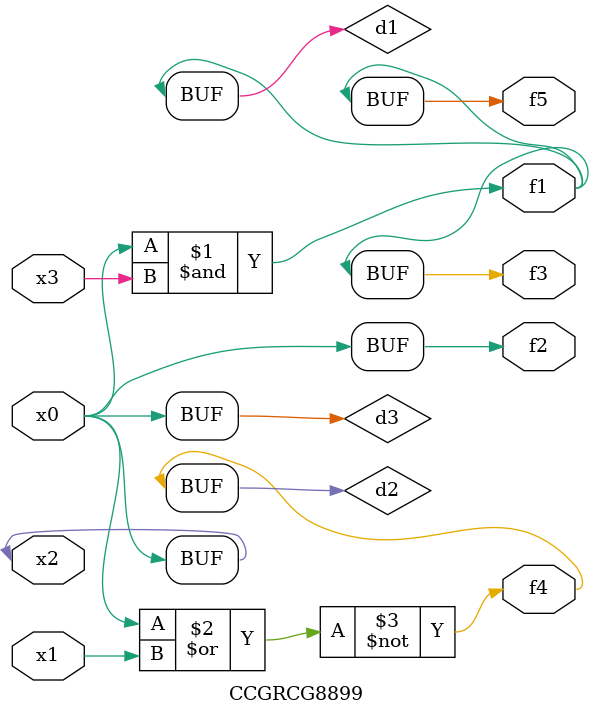
<source format=v>
module CCGRCG8899(
	input x0, x1, x2, x3,
	output f1, f2, f3, f4, f5
);

	wire d1, d2, d3;

	and (d1, x2, x3);
	nor (d2, x0, x1);
	buf (d3, x0, x2);
	assign f1 = d1;
	assign f2 = d3;
	assign f3 = d1;
	assign f4 = d2;
	assign f5 = d1;
endmodule

</source>
